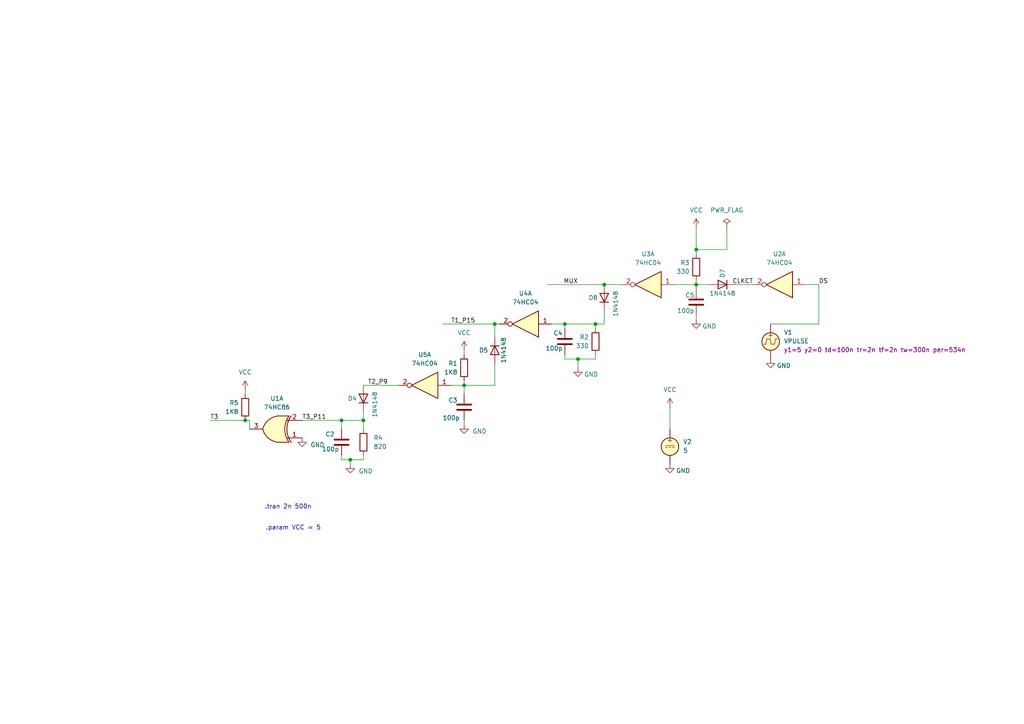
<source format=kicad_sch>
(kicad_sch (version 20250114) (generator "eeschema") (generator_version "9.0")
  (paper "A4")
  (lib_symbols
    (symbol "74xx:74HC04"
      (property "Reference" "U" (at 0 1.27 0))
      (property "Value" "74HC04" (at 0 -1.27 0))
      (symbol "74HC04_1_0"
        (polyline (pts (xy -3.81 3.81) (xy -3.81 -3.81) (xy 3.81 0) (xy -3.81 3.81)) (stroke (width 0.254)) (fill (type background)))
        (pin input line (at -7.62 0 0) (length 3.81) (name "~") (number "1"))
        (pin output inverted (at 7.62 0 180) (length 3.81) (name "~") (number "2"))
      )
      (symbol "74HC04_2_0"
        (polyline (pts (xy -3.81 3.81) (xy -3.81 -3.81) (xy 3.81 0) (xy -3.81 3.81)) (stroke (width 0.254)) (fill (type background)))
        (pin input line (at -7.62 0 0) (length 3.81) (name "~") (number "3"))
        (pin output inverted (at 7.62 0 180) (length 3.81) (name "~") (number "4"))
      )
      (symbol "74HC04_3_0"
        (polyline (pts (xy -3.81 3.81) (xy -3.81 -3.81) (xy 3.81 0) (xy -3.81 3.81)) (stroke (width 0.254)) (fill (type background)))
        (pin input line (at -7.62 0 0) (length 3.81) (name "~") (number "5"))
        (pin output inverted (at 7.62 0 180) (length 3.81) (name "~") (number "6"))
      )
      (symbol "74HC04_4_0"
        (polyline (pts (xy -3.81 3.81) (xy -3.81 -3.81) (xy 3.81 0) (xy -3.81 3.81)) (stroke (width 0.254)) (fill (type background)))
        (pin input line (at -7.62 0 0) (length 3.81) (name "~") (number "9"))
        (pin output inverted (at 7.62 0 180) (length 3.81) (name "~") (number "8"))
      )
      (symbol "74HC04_5_0"
        (polyline (pts (xy -3.81 3.81) (xy -3.81 -3.81) (xy 3.81 0) (xy -3.81 3.81)) (stroke (width 0.254)) (fill (type background)))
        (pin input line (at -7.62 0 0) (length 3.81) (name "~") (number "11"))
        (pin output inverted (at 7.62 0 180) (length 3.81) (name "~") (number "10"))
      )
      (symbol "74HC04_6_0"
        (polyline (pts (xy -3.81 3.81) (xy -3.81 -3.81) (xy 3.81 0) (xy -3.81 3.81)) (stroke (width 0.254)) (fill (type background)))
        (pin input line (at -7.62 0 0) (length 3.81) (name "~") (number "13"))
        (pin output inverted (at 7.62 0 180) (length 3.81) (name "~") (number "12"))
      )
      (symbol "74HC04_7_0"
        (pin power_in line (at 0 12.7 270) (length 5.08) (name "VCC") (number "14"))
        (pin power_in line (at 0 -12.7 90) (length 5.08) (name "GND") (number "7"))
      )
      (symbol "74HC04_7_1"
        (rectangle (start -5.08 7.62) (end 5.08 -7.62) (stroke (width 0.254)) (fill (type background)))
      )
    )
    (symbol "74xx:74HC86" (pin_names (offset 1.016))
      (property "Reference" "U" (at 0 1.27 0))
      (property "Value" "74HC86" (at 0 -1.27 0))
      (symbol "74HC86_1_0"
        (arc (start -4.4196 3.81) (mid -3.2033 0) (end -4.4196 -3.81) (stroke (width 0.254)))
        (arc (start -3.81 3.81) (mid -2.589 0) (end -3.81 -3.81) (stroke (width 0.254)))
        (polyline (pts (xy -3.81 3.81) (xy -0.635 3.81)) (stroke (width 0.254)) (fill (type background)))
        (polyline (pts (xy -3.81 -3.81) (xy -0.635 -3.81)) (stroke (width 0.254)) (fill (type background)))
        (arc (start 3.81 0) (mid 2.1855 -2.584) (end -0.6096 -3.81) (stroke (width 0.254)) (fill (type background)))
        (arc (start -0.6096 3.81) (mid 2.1928 2.5924) (end 3.81 0) (stroke (width 0.254)) (fill (type background)))
        (polyline (pts (xy -0.635 3.81) (xy -3.81 3.81) (xy -3.81 3.81) (xy -3.556 3.4036) (xy -3.0226 2.2606) (xy -2.6924 1.0414) (xy -2.6162 -0.254) (xy -2.7686 -1.4986) (xy -3.175 -2.7178) (xy -3.81 -3.81) (xy -3.81 -3.81) (xy -0.635 -3.81)) (stroke (width -25.4)) (fill (type background)))
        (pin input line (at -7.62 2.54 0) (length 4.445) (name "~") (number "1"))
        (pin input line (at -7.62 -2.54 0) (length 4.445) (name "~") (number "2"))
        (pin output line (at 7.62 0 180) (length 3.81) (name "~") (number "3"))
      )
      (symbol "74HC86_1_1"
        (polyline (pts (xy -3.81 2.54) (xy -3.175 2.54)) (stroke (width 0.1524)))
        (polyline (pts (xy -3.81 -2.54) (xy -3.175 -2.54)) (stroke (width 0.1524)))
      )
      (symbol "74HC86_2_0"
        (arc (start -4.4196 3.81) (mid -3.2033 0) (end -4.4196 -3.81) (stroke (width 0.254)))
        (arc (start -3.81 3.81) (mid -2.589 0) (end -3.81 -3.81) (stroke (width 0.254)))
        (polyline (pts (xy -3.81 3.81) (xy -0.635 3.81)) (stroke (width 0.254)) (fill (type background)))
        (polyline (pts (xy -3.81 -3.81) (xy -0.635 -3.81)) (stroke (width 0.254)) (fill (type background)))
        (arc (start 3.81 0) (mid 2.1855 -2.584) (end -0.6096 -3.81) (stroke (width 0.254)) (fill (type background)))
        (arc (start -0.6096 3.81) (mid 2.1928 2.5924) (end 3.81 0) (stroke (width 0.254)) (fill (type background)))
        (polyline (pts (xy -0.635 3.81) (xy -3.81 3.81) (xy -3.81 3.81) (xy -3.556 3.4036) (xy -3.0226 2.2606) (xy -2.6924 1.0414) (xy -2.6162 -0.254) (xy -2.7686 -1.4986) (xy -3.175 -2.7178) (xy -3.81 -3.81) (xy -3.81 -3.81) (xy -0.635 -3.81)) (stroke (width -25.4)) (fill (type background)))
        (pin input line (at -7.62 2.54 0) (length 4.445) (name "~") (number "4"))
        (pin input line (at -7.62 -2.54 0) (length 4.445) (name "~") (number "5"))
        (pin output line (at 7.62 0 180) (length 3.81) (name "~") (number "6"))
      )
      (symbol "74HC86_2_1"
        (polyline (pts (xy -3.81 2.54) (xy -3.175 2.54)) (stroke (width 0.1524)))
        (polyline (pts (xy -3.81 -2.54) (xy -3.175 -2.54)) (stroke (width 0.1524)))
      )
      (symbol "74HC86_3_0"
        (arc (start -4.4196 3.81) (mid -3.2033 0) (end -4.4196 -3.81) (stroke (width 0.254)))
        (arc (start -3.81 3.81) (mid -2.589 0) (end -3.81 -3.81) (stroke (width 0.254)))
        (polyline (pts (xy -3.81 3.81) (xy -0.635 3.81)) (stroke (width 0.254)) (fill (type background)))
        (polyline (pts (xy -3.81 -3.81) (xy -0.635 -3.81)) (stroke (width 0.254)) (fill (type background)))
        (arc (start 3.81 0) (mid 2.1855 -2.584) (end -0.6096 -3.81) (stroke (width 0.254)) (fill (type background)))
        (arc (start -0.6096 3.81) (mid 2.1928 2.5924) (end 3.81 0) (stroke (width 0.254)) (fill (type background)))
        (polyline (pts (xy -0.635 3.81) (xy -3.81 3.81) (xy -3.81 3.81) (xy -3.556 3.4036) (xy -3.0226 2.2606) (xy -2.6924 1.0414) (xy -2.6162 -0.254) (xy -2.7686 -1.4986) (xy -3.175 -2.7178) (xy -3.81 -3.81) (xy -3.81 -3.81) (xy -0.635 -3.81)) (stroke (width -25.4)) (fill (type background)))
        (pin input line (at -7.62 2.54 0) (length 4.445) (name "~") (number "9"))
        (pin input line (at -7.62 -2.54 0) (length 4.445) (name "~") (number "10"))
        (pin output line (at 7.62 0 180) (length 3.81) (name "~") (number "8"))
      )
      (symbol "74HC86_3_1"
        (polyline (pts (xy -3.81 2.54) (xy -3.175 2.54)) (stroke (width 0.1524)))
        (polyline (pts (xy -3.81 -2.54) (xy -3.175 -2.54)) (stroke (width 0.1524)))
      )
      (symbol "74HC86_4_0"
        (arc (start -4.4196 3.81) (mid -3.2033 0) (end -4.4196 -3.81) (stroke (width 0.254)))
        (arc (start -3.81 3.81) (mid -2.589 0) (end -3.81 -3.81) (stroke (width 0.254)))
        (polyline (pts (xy -3.81 3.81) (xy -0.635 3.81)) (stroke (width 0.254)) (fill (type background)))
        (polyline (pts (xy -3.81 -3.81) (xy -0.635 -3.81)) (stroke (width 0.254)) (fill (type background)))
        (arc (start 3.81 0) (mid 2.1855 -2.584) (end -0.6096 -3.81) (stroke (width 0.254)) (fill (type background)))
        (arc (start -0.6096 3.81) (mid 2.1928 2.5924) (end 3.81 0) (stroke (width 0.254)) (fill (type background)))
        (polyline (pts (xy -0.635 3.81) (xy -3.81 3.81) (xy -3.81 3.81) (xy -3.556 3.4036) (xy -3.0226 2.2606) (xy -2.6924 1.0414) (xy -2.6162 -0.254) (xy -2.7686 -1.4986) (xy -3.175 -2.7178) (xy -3.81 -3.81) (xy -3.81 -3.81) (xy -0.635 -3.81)) (stroke (width -25.4)) (fill (type background)))
        (pin input line (at -7.62 2.54 0) (length 4.445) (name "~") (number "12"))
        (pin input line (at -7.62 -2.54 0) (length 4.445) (name "~") (number "13"))
        (pin output line (at 7.62 0 180) (length 3.81) (name "~") (number "11"))
      )
      (symbol "74HC86_4_1"
        (polyline (pts (xy -3.81 2.54) (xy -3.175 2.54)) (stroke (width 0.1524)))
        (polyline (pts (xy -3.81 -2.54) (xy -3.175 -2.54)) (stroke (width 0.1524)))
      )
      (symbol "74HC86_5_0"
        (pin power_in line (at 0 12.7 270) (length 5.08) (name "VCC") (number "14"))
        (pin power_in line (at 0 -12.7 90) (length 5.08) (name "GND") (number "7"))
      )
      (symbol "74HC86_5_1"
        (rectangle (start -5.08 7.62) (end 5.08 -7.62) (stroke (width 0.254)) (fill (type background)))
      )
    )
    (symbol "Device:C" (pin_numbers (hide yes)) (pin_names (offset 0.254))
      (property "Reference" "C" (at 0.635 2.54 0))
      (property "Value" "C" (at 0.635 -2.54 0))
      (symbol "C_0_1"
        (polyline (pts (xy -2.032 0.762) (xy 2.032 0.762)) (stroke (width 0.508)))
        (polyline (pts (xy -2.032 -0.762) (xy 2.032 -0.762)) (stroke (width 0.508)))
      )
      (symbol "C_1_1"
        (pin passive line (at 0 3.81 270) (length 2.794) (name "~") (number "1"))
        (pin passive line (at 0 -3.81 90) (length 2.794) (name "~") (number "2"))
      )
    )
    (symbol "Device:R" (pin_numbers (hide yes)) (pin_names (offset 0))
      (property "Reference" "R" (at 2.032 0 90))
      (property "Value" "R" (at 0 0 90))
      (symbol "R_0_1"
        (rectangle (start -1.016 -2.54) (end 1.016 2.54) (stroke (width 0.254)))
      )
      (symbol "R_1_1"
        (pin passive line (at 0 3.81 270) (length 1.27) (name "~") (number "1"))
        (pin passive line (at 0 -3.81 90) (length 1.27) (name "~") (number "2"))
      )
    )
    (symbol "Diode:1N4148" (pin_numbers (hide yes)) (pin_names (offset 1.016) (hide yes))
      (property "Reference" "D" (at 0 2.54 0))
      (property "Value" "1N4148" (at 0 -2.54 0))
      (symbol "1N4148_0_1"
        (polyline (pts (xy -1.27 1.27) (xy -1.27 -1.27)) (stroke (width 0.254)))
        (polyline (pts (xy 1.27 1.27) (xy 1.27 -1.27) (xy -1.27 0) (xy 1.27 1.27)) (stroke (width 0.254)))
        (polyline (pts (xy 1.27 0) (xy -1.27 0)))
      )
      (symbol "1N4148_1_1"
        (pin passive line (at -3.81 0 0) (length 2.54) (name "K") (number "1"))
        (pin passive line (at 3.81 0 180) (length 2.54) (name "A") (number "2"))
      )
    )
    (symbol "Simulation_SPICE:VDC" (pin_numbers (hide yes)) (pin_names (offset 0.0254))
      (property "Reference" "V" (at 2.54 2.54 0))
      (property "Value" "1" (at 2.54 0 0))
      (symbol "VDC_0_0"
        (polyline (pts (xy -1.27 0.254) (xy 1.27 0.254)))
        (polyline (pts (xy -0.762 -0.254) (xy -1.27 -0.254)))
        (polyline (pts (xy 0.254 -0.254) (xy -0.254 -0.254)))
        (polyline (pts (xy 1.27 -0.254) (xy 0.762 -0.254)))
        (text "+" (at 0 1.905 0) (effects (font (size 1.27 1.27))))
      )
      (symbol "VDC_0_1"
        (circle (center 0 0) (radius 2.54) (stroke (width 0.254)) (fill (type background)))
      )
      (symbol "VDC_1_1"
        (pin passive line (at 0 5.08 270) (length 2.54) (name "~") (number "1"))
        (pin passive line (at 0 -5.08 90) (length 2.54) (name "~") (number "2"))
      )
    )
    (symbol "Simulation_SPICE:VPULSE" (pin_numbers (hide yes)) (pin_names (offset 0.0254))
      (property "Reference" "V" (at 2.54 2.54 0))
      (property "Value" "VPULSE" (at 2.54 0 0))
      (property "Sim.Params" "y1=0 y2=1 td=2n tr=2n tf=2n tw=50n per=100n" (at 2.54 -2.54 0))
      (symbol "VPULSE_0_0"
        (polyline (pts (xy -2.032 -0.762) (xy -1.397 -0.762) (xy -1.143 0.762) (xy -0.127 0.762) (xy 0.127 -0.762) (xy 1.143 -0.762) (xy 1.397 0.762) (xy 2.032 0.762)))
        (text "+" (at 0 1.905 0) (effects (font (size 1.27 1.27))))
      )
      (symbol "VPULSE_0_1"
        (circle (center 0 0) (radius 2.54) (stroke (width 0.254)) (fill (type background)))
      )
      (symbol "VPULSE_1_1"
        (pin passive line (at 0 5.08 270) (length 2.54) (name "~") (number "1"))
        (pin passive line (at 0 -5.08 90) (length 2.54) (name "~") (number "2"))
      )
    )
    (symbol "power:GND" (power) (pin_names (offset 0))
      (property "Value" "GND" (at 0 -3.81 0))
      (symbol "GND_0_1"
        (polyline (pts (xy 0 0) (xy 0 -1.27) (xy 1.27 -1.27) (xy 0 -2.54) (xy -1.27 -1.27) (xy 0 -1.27)))
      )
      (symbol "GND_1_1"
        (pin power_in line (at 0 0 270) (length 0) (hide yes) (name "GND") (number "1"))
      )
    )
    (symbol "power:PWR_FLAG" (power) (pin_numbers (hide yes)) (pin_names (offset 0) (hide yes))
      (property "Value" "PWR_FLAG" (at 0 3.81 0))
      (symbol "PWR_FLAG_0_0"
        (pin power_out line (at 0 0 90) (length 0) (name "~") (number "1"))
      )
      (symbol "PWR_FLAG_0_1"
        (polyline (pts (xy 0 0) (xy 0 1.27) (xy -1.016 1.905) (xy 0 2.54) (xy 1.016 1.905) (xy 0 1.27)))
      )
    )
    (symbol "power:VCC" (power) (pin_numbers (hide yes)) (pin_names (offset 0) (hide yes))
      (property "Value" "VCC" (at 0 3.556 0))
      (symbol "VCC_0_1"
        (polyline (pts (xy -0.762 1.27) (xy 0 2.54)))
        (polyline (pts (xy 0 2.54) (xy 0.762 1.27)))
        (polyline (pts (xy 0 0) (xy 0 2.54)))
      )
      (symbol "VCC_1_1"
        (pin power_in line (at 0 0 90) (length 0) (name "~") (number "1"))
      )
    )
  )
  (text ".param VCC = 5\n" (at 85.09 153.162 0) (effects (font (size 1.27 1.27))))
  (text ".tran 2n 500n" (at 83.566 147.066 0) (effects (font (size 1.27 1.27))))
  (junction (at 163.83 93.98))
  (junction (at 167.64 104.14))
  (junction (at 175.26 82.55))
  (junction (at 201.93 82.55))
  (junction (at 99.06 121.92))
  (junction (at 71.12 121.92))
  (junction (at 101.6 133.35))
  (junction (at 143.51 93.98))
  (junction (at 134.62 111.76))
  (junction (at 201.93 72.39))
  (junction (at 172.72 93.98))
  (junction (at 105.41 121.92))
  (wire (pts (xy 158.75 82.55) (xy 175.26 82.55)))
  (wire (pts (xy 101.6 133.35) (xy 99.06 133.35)))
  (wire (pts (xy 72.39 121.92) (xy 72.39 124.46)))
  (wire (pts (xy 105.41 121.92) (xy 99.06 121.92)))
  (wire (pts (xy 195.58 82.55) (xy 201.93 82.55)))
  (wire (pts (xy 172.72 102.87) (xy 172.72 104.14)))
  (wire (pts (xy 143.51 93.98) (xy 143.51 97.79)))
  (wire (pts (xy 172.72 93.98) (xy 175.26 93.98)))
  (wire (pts (xy 105.41 133.35) (xy 101.6 133.35)))
  (wire (pts (xy 201.93 82.55) (xy 205.74 82.55)))
  (wire (pts (xy 163.83 93.98) (xy 163.83 95.25)))
  (wire (pts (xy 194.31 124.46) (xy 194.31 118.11)))
  (wire (pts (xy 60.96 121.92) (xy 71.12 121.92)))
  (wire (pts (xy 163.83 102.87) (xy 163.83 104.14)))
  (wire (pts (xy 105.41 121.92) (xy 105.41 124.46)))
  (wire (pts (xy 143.51 93.98) (xy 128.27 93.98)))
  (wire (pts (xy 237.49 82.55) (xy 233.68 82.55)))
  (wire (pts (xy 237.49 93.98) (xy 223.52 93.98)))
  (wire (pts (xy 175.26 93.98) (xy 175.26 90.17)))
  (wire (pts (xy 134.62 110.49) (xy 134.62 111.76)))
  (wire (pts (xy 99.06 121.92) (xy 99.06 124.46)))
  (wire (pts (xy 105.41 111.76) (xy 115.57 111.76)))
  (wire (pts (xy 201.93 81.28) (xy 201.93 82.55)))
  (wire (pts (xy 144.78 93.98) (xy 143.51 93.98)))
  (wire (pts (xy 105.41 119.38) (xy 105.41 121.92)))
  (wire (pts (xy 172.72 93.98) (xy 163.83 93.98)))
  (wire (pts (xy 99.06 133.35) (xy 99.06 132.08)))
  (wire (pts (xy 143.51 105.41) (xy 143.51 111.76)))
  (wire (pts (xy 163.83 93.98) (xy 160.02 93.98)))
  (wire (pts (xy 213.36 82.55) (xy 218.44 82.55)))
  (wire (pts (xy 201.93 91.44) (xy 201.93 92.71)))
  (wire (pts (xy 167.64 104.14) (xy 167.64 106.68)))
  (wire (pts (xy 201.93 72.39) (xy 210.82 72.39)))
  (wire (pts (xy 201.93 72.39) (xy 201.93 73.66)))
  (wire (pts (xy 143.51 111.76) (xy 134.62 111.76)))
  (wire (pts (xy 172.72 95.25) (xy 172.72 93.98)))
  (wire (pts (xy 237.49 93.98) (xy 237.49 82.55)))
  (wire (pts (xy 210.82 66.04) (xy 210.82 72.39)))
  (wire (pts (xy 167.64 104.14) (xy 163.83 104.14)))
  (wire (pts (xy 130.81 111.76) (xy 134.62 111.76)))
  (wire (pts (xy 72.39 121.92) (xy 71.12 121.92)))
  (wire (pts (xy 172.72 104.14) (xy 167.64 104.14)))
  (wire (pts (xy 134.62 111.76) (xy 134.62 114.3)))
  (wire (pts (xy 101.6 134.62) (xy 101.6 133.35)))
  (wire (pts (xy 201.93 82.55) (xy 201.93 83.82)))
  (wire (pts (xy 134.62 123.19) (xy 134.62 121.92)))
  (wire (pts (xy 201.93 66.04) (xy 201.93 72.39)))
  (wire (pts (xy 175.26 82.55) (xy 180.34 82.55)))
  (wire (pts (xy 87.63 121.92) (xy 99.06 121.92)))
  (wire (pts (xy 71.12 114.3) (xy 71.12 113.03)))
  (wire (pts (xy 105.41 133.35) (xy 105.41 132.08)))
  (wire (pts (xy 134.62 101.6) (xy 134.62 102.87)))
  (label "CLKCT" (at 218.44 82.55 180))
  (label "T3_P11" (at 87.63 121.92 0))
  (label "T2_P9" (at 106.68 111.76 0))
  (label "T3" (at 60.96 121.92 0))
  (label "MUX" (at 167.64 82.55 180))
  (label "T1_P15" (at 130.81 93.98 0))
  (label "DS" (at 237.49 82.55 0))
  (symbol (lib_id "power:GND") (at 87.63 127 0) (unit 1)
    (property "Reference" "#PWR0112" (effects (hide yes)))
    (property "Value" "GND" (at 92.075 129.032 0))
  )
  (symbol (lib_id "74xx:74HC04") (at 152.4 93.98 180) (unit 1)
    (property "Reference" "U4" (at 152.4 85.09 0))
    (property "Value" "74HC04" (at 152.4 87.63 0))
    (property "Datasheet" "https://assets.nexperia.com/documents/data-sheet/74HC_HCT04.pdf" (effects (hide yes)))
    (property "Description" "Hex Inverter" (effects (hide yes)))
    (property "Sim.Library" "74HC.LIB" (effects (hide yes)))
    (property "Sim.Name" "74HC04" (effects (hide yes)))
    (property "Sim.Device" "SUBCKT" (effects (hide yes)))
    (property "Sim.Pins" "1=in 2=out" (effects (hide yes)))
  )
  (symbol (lib_id "power:VCC") (at 194.31 118.11 0) (unit 1)
    (property "Reference" "#PWR02" (effects (hide yes)))
    (property "Value" "VCC" (at 194.31 113.03 0))
    (property "Description" "Power symbol creates a global label with name \"VCC\"" (effects (hide yes)))
  )
  (symbol (lib_id "Simulation_SPICE:VPULSE") (at 223.52 99.06 0) (unit 1)
    (property "Reference" "V1" (at 227.33 96.3901 0) (effects (justify left)))
    (property "Value" "VPULSE" (at 227.33 98.9301 0) (effects (justify left)))
    (property "Datasheet" "https://ngspice.sourceforge.io/docs/ngspice-html-manual/manual.xhtml#sec_Independent_Sources_for" (effects (hide yes)))
    (property "Description" "Voltage source, pulse" (effects (hide yes)))
    (property "Sim.Pins" "1=+ 2=-" (effects (hide yes)))
    (property "Sim.Type" "PULSE" (effects (hide yes)))
    (property "Sim.Device" "V" (effects (hide yes)))
    (property "Sim.Params" "y1=5 y2=0 td=100n tr=2n tf=2n tw=300n per=534n" (at 227.33 101.4701 0) (effects (justify left)))
  )
  (symbol (lib_id "74xx:74HC86") (at 80.01 124.46 180) (unit 1)
    (property "Reference" "U1" (at 80.3148 115.57 0))
    (property "Value" "74HC86" (at 80.3148 118.11 0))
    (property "Datasheet" "http://www.ti.com/lit/gpn/sn74HC86" (effects (hide yes)))
    (property "Description" "Quad 2-input XOR" (effects (hide yes)))
    (property "Sim.Library" "74HC.LIB" (effects (hide yes)))
    (property "Sim.Name" "74HC86" (effects (hide yes)))
    (property "Sim.Device" "SUBCKT" (effects (hide yes)))
    (property "Sim.Pins" "1=in1 2=in2 3=out" (effects (hide yes)))
  )
  (symbol (lib_id "74xx:74HC04") (at 123.19 111.76 180) (unit 1)
    (property "Reference" "U5" (at 123.19 102.87 0))
    (property "Value" "74HC04" (at 123.19 105.41 0))
    (property "Datasheet" "https://assets.nexperia.com/documents/data-sheet/74HC_HCT04.pdf" (effects (hide yes)))
    (property "Description" "Hex Inverter" (effects (hide yes)))
    (property "Sim.Library" "74HC.LIB" (effects (hide yes)))
    (property "Sim.Name" "74HC04" (effects (hide yes)))
    (property "Sim.Device" "SUBCKT" (effects (hide yes)))
    (property "Sim.Pins" "1=in 2=out" (effects (hide yes)))
  )
  (symbol (lib_id "Diode:1N4148") (at 143.51 101.6 90) (mirror x) (unit 1)
    (property "Reference" "D5" (at 141.605 101.6 90) (effects (justify left)))
    (property "Value" "1N4148" (at 146.05 97.79 0) (effects (justify left)))
    (property "Footprint" "Diode_THT:D_DO-35_SOD27_P10.16mm_Horizontal" (effects (hide yes)))
    (property "Datasheet" "https://assets.nexperia.com/documents/data-sheet/1N4148_1N4448.pdf" (effects (hide yes)))
    (property "Sim.Device" "D" (effects (hide yes)))
    (property "Sim.Pins" "1=K 2=A" (effects (hide yes)))
  )
  (symbol (lib_id "Device:C") (at 134.62 118.11 0) (mirror y) (unit 1)
    (property "Reference" "C3" (at 132.715 116.84 0) (effects (justify left bottom)))
    (property "Value" "100p" (at 133.35 121.92 0) (effects (justify left bottom)))
    (property "Footprint" "Capacitor_THT:C_Disc_D7.0mm_W2.5mm_P5.00mm" (effects (hide yes)))
  )
  (symbol (lib_id "power:GND") (at 194.31 134.62 0) (unit 1)
    (property "Reference" "#PWR0132" (effects (hide yes)))
    (property "Value" "GND" (at 198.12 136.525 0))
  )
  (symbol (lib_id "power:GND") (at 101.6 134.62 0) (unit 1)
    (property "Reference" "#PWR0111" (effects (hide yes)))
    (property "Value" "GND" (at 106.045 136.652 0))
  )
  (symbol (lib_id "Device:C") (at 99.06 128.27 0) (mirror x) (unit 1)
    (property "Reference" "C2" (at 94.361 125.222 0) (effects (justify left bottom)))
    (property "Value" "100p" (at 93.345 129.54 0) (effects (justify left bottom)))
    (property "Footprint" "Capacitor_THT:C_Disc_D7.0mm_W2.5mm_P5.00mm" (effects (hide yes)))
  )
  (symbol (lib_id "Device:R") (at 134.62 106.68 0) (mirror y) (unit 1)
    (property "Reference" "R1" (at 132.715 105.4099 0) (effects (justify left)))
    (property "Value" "1K8" (at 132.715 107.9499 0) (effects (justify left)))
    (property "Footprint" "Resistor_THT:R_Axial_DIN0207_L6.3mm_D2.5mm_P10.16mm_Horizontal" (effects (hide yes)))
  )
  (symbol (lib_id "Diode:1N4148") (at 209.55 82.55 0) (mirror y) (unit 1)
    (property "Reference" "D7" (at 209.55 80.645 90) (effects (justify left)))
    (property "Value" "1N4148" (at 213.36 85.09 0) (effects (justify left)))
    (property "Footprint" "Diode_THT:D_DO-35_SOD27_P10.16mm_Horizontal" (effects (hide yes)))
    (property "Datasheet" "https://assets.nexperia.com/documents/data-sheet/1N4148_1N4448.pdf" (effects (hide yes)))
    (property "Sim.Device" "D" (effects (hide yes)))
    (property "Sim.Pins" "1=K 2=A" (effects (hide yes)))
  )
  (symbol (lib_id "74xx:74HC04") (at 226.06 82.55 180) (unit 1)
    (property "Reference" "U2" (at 226.06 73.66 0))
    (property "Value" "74HC04" (at 226.06 76.2 0))
    (property "Datasheet" "https://assets.nexperia.com/documents/data-sheet/74HC_HCT04.pdf" (effects (hide yes)))
    (property "Description" "Hex Inverter" (effects (hide yes)))
    (property "Sim.Library" "74HC.LIB" (effects (hide yes)))
    (property "Sim.Name" "74HC04" (effects (hide yes)))
    (property "Sim.Device" "SUBCKT" (effects (hide yes)))
    (property "Sim.Pins" "1=in 2=out" (effects (hide yes)))
  )
  (symbol (lib_id "power:VCC") (at 201.93 66.04 0) (unit 1)
    (property "Reference" "#PWR01" (effects (hide yes)))
    (property "Value" "VCC" (at 201.93 60.96 0))
    (property "Description" "Power symbol creates a global label with name \"VCC\"" (effects (hide yes)))
  )
  (symbol (lib_id "74xx:74HC04") (at 187.96 82.55 180) (unit 1)
    (property "Reference" "U3" (at 187.96 73.66 0))
    (property "Value" "74HC04" (at 187.96 76.2 0))
    (property "Datasheet" "https://assets.nexperia.com/documents/data-sheet/74HC_HCT04.pdf" (effects (hide yes)))
    (property "Description" "Hex Inverter" (effects (hide yes)))
    (property "Sim.Library" "74HC.LIB" (effects (hide yes)))
    (property "Sim.Name" "74HC04" (effects (hide yes)))
    (property "Sim.Device" "SUBCKT" (effects (hide yes)))
    (property "Sim.Pins" "1=in 2=out" (effects (hide yes)))
  )
  (symbol (lib_id "Simulation_SPICE:VDC") (at 194.31 129.54 0) (unit 1)
    (property "Reference" "V2" (at 198.12 128.1401 0) (effects (justify left)))
    (property "Value" "5" (at 198.12 130.6801 0) (effects (justify left)))
    (property "Datasheet" "https://ngspice.sourceforge.io/docs/ngspice-html-manual/manual.xhtml#sec_Independent_Sources_for" (effects (hide yes)))
    (property "Description" "Voltage source, DC" (effects (hide yes)))
    (property "Sim.Pins" "1=+ 2=-" (effects (hide yes)))
    (property "Sim.Type" "DC" (effects (hide yes)))
    (property "Sim.Device" "V" (effects (hide yes)))
  )
  (symbol (lib_id "power:PWR_FLAG") (at 210.82 66.04 0) (unit 1)
    (property "Reference" "#FLG01" (effects (hide yes)))
    (property "Value" "PWR_FLAG" (at 210.82 60.96 0))
    (property "Description" "Special symbol for telling ERC where power comes from" (effects (hide yes)))
  )
  (symbol (lib_id "power:GND") (at 134.62 123.19 0) (unit 1)
    (property "Reference" "#PWR0143" (effects (hide yes)))
    (property "Value" "GND" (at 139.065 125.095 0))
  )
  (symbol (lib_id "Device:R") (at 201.93 77.47 0) (mirror y) (unit 1)
    (property "Reference" "R3" (at 200.025 76.2 0) (effects (justify left)))
    (property "Value" "330" (at 200.025 78.74 0) (effects (justify left)))
    (property "Footprint" "Resistor_THT:R_Axial_DIN0207_L6.3mm_D2.5mm_P10.16mm_Horizontal" (effects (hide yes)))
  )
  (symbol (lib_id "Device:R") (at 172.72 99.06 0) (mirror y) (unit 1)
    (property "Reference" "R2" (at 170.815 97.79 0) (effects (justify left)))
    (property "Value" "330" (at 170.815 100.33 0) (effects (justify left)))
    (property "Footprint" "Resistor_THT:R_Axial_DIN0207_L6.3mm_D2.5mm_P10.16mm_Horizontal" (effects (hide yes)))
  )
  (symbol (lib_id "Device:C") (at 201.93 87.63 0) (unit 1)
    (property "Reference" "C5" (at 198.755 86.36 0) (effects (justify left bottom)))
    (property "Value" "100p" (at 196.3674 90.8558 0) (effects (justify left bottom)))
    (property "Footprint" "Capacitor_THT:C_Disc_D7.0mm_W2.5mm_P5.00mm" (effects (hide yes)))
  )
  (symbol (lib_id "power:VCC") (at 71.12 113.03 0) (unit 1)
    (property "Reference" "#PWR04" (effects (hide yes)))
    (property "Value" "VCC" (at 71.12 107.95 0))
    (property "Description" "Power symbol creates a global label with name \"VCC\"" (effects (hide yes)))
  )
  (symbol (lib_id "Device:R") (at 71.12 118.11 0) (mirror y) (unit 1)
    (property "Reference" "R5" (at 69.215 116.8399 0) (effects (justify left)))
    (property "Value" "1K8" (at 69.215 119.3799 0) (effects (justify left)))
    (property "Footprint" "Resistor_THT:R_Axial_DIN0207_L6.3mm_D2.5mm_P10.16mm_Horizontal" (effects (hide yes)))
  )
  (symbol (lib_id "power:GND") (at 201.93 92.71 0) (unit 1)
    (property "Reference" "#PWR0129" (effects (hide yes)))
    (property "Value" "GND" (at 205.74 94.615 0))
  )
  (symbol (lib_id "Device:C") (at 163.83 99.06 180) (unit 1)
    (property "Reference" "C4" (at 163.195 95.885 0) (effects (justify left bottom)))
    (property "Value" "100p" (at 163.195 100.33 0) (effects (justify left bottom)))
    (property "Footprint" "Capacitor_THT:C_Disc_D7.0mm_W2.5mm_P5.00mm" (effects (hide yes)))
  )
  (symbol (lib_id "power:VCC") (at 134.62 101.6 0) (unit 1)
    (property "Reference" "#PWR03" (effects (hide yes)))
    (property "Value" "VCC" (at 134.62 96.52 0))
    (property "Description" "Power symbol creates a global label with name \"VCC\"" (effects (hide yes)))
  )
  (symbol (lib_id "Diode:1N4148") (at 175.26 86.36 90) (unit 1)
    (property "Reference" "D8" (at 170.688 86.36 90) (effects (justify right)))
    (property "Value" "1N4148" (at 178.562 84.328 0) (effects (justify right)))
    (property "Footprint" "Diode_THT:D_DO-35_SOD27_P10.16mm_Horizontal" (effects (hide yes)))
    (property "Datasheet" "https://assets.nexperia.com/documents/data-sheet/1N4148_1N4448.pdf" (effects (hide yes)))
    (property "Sim.Device" "D" (effects (hide yes)))
    (property "Sim.Pins" "1=K 2=A" (effects (hide yes)))
  )
  (symbol (lib_id "Diode:1N4148") (at 105.41 115.57 90) (unit 1)
    (property "Reference" "D4" (at 100.838 115.57 90) (effects (justify right)))
    (property "Value" "1N4148" (at 108.712 113.538 0) (effects (justify right)))
    (property "Footprint" "Diode_THT:D_DO-35_SOD27_P10.16mm_Horizontal" (effects (hide yes)))
    (property "Datasheet" "https://assets.nexperia.com/documents/data-sheet/1N4148_1N4448.pdf" (effects (hide yes)))
    (property "Sim.Device" "D" (effects (hide yes)))
    (property "Sim.Pins" "1=K 2=A" (effects (hide yes)))
  )
  (symbol (lib_id "power:GND") (at 167.64 106.68 0) (unit 1)
    (property "Reference" "#PWR0130" (effects (hide yes)))
    (property "Value" "GND" (at 171.45 108.585 0))
  )
  (symbol (lib_id "power:GND") (at 223.52 104.14 0) (unit 1)
    (property "Reference" "#PWR0131" (effects (hide yes)))
    (property "Value" "GND" (at 227.33 106.045 0))
  )
  (symbol (lib_id "Device:R") (at 105.41 128.27 0) (unit 1)
    (property "Reference" "R4" (at 108.331 126.9999 0) (effects (justify left)))
    (property "Value" "820" (at 108.331 129.5399 0) (effects (justify left)))
    (property "Footprint" "Resistor_THT:R_Axial_DIN0207_L6.3mm_D2.5mm_P10.16mm_Horizontal" (effects (hide yes)))
  )
)
</source>
